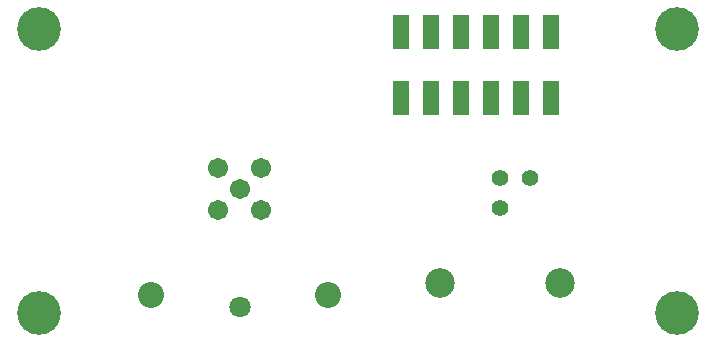
<source format=gts>
G04*
G04 #@! TF.GenerationSoftware,Altium Limited,Altium Designer,25.8.1 (18)*
G04*
G04 Layer_Color=8388736*
%FSLAX44Y44*%
%MOMM*%
G71*
G04*
G04 #@! TF.SameCoordinates,C19CE461-91EB-44EE-881C-4A3BDBF79EA7*
G04*
G04*
G04 #@! TF.FilePolarity,Negative*
G04*
G01*
G75*
%ADD14R,1.4732X3.0032*%
%ADD15C,1.4032*%
%ADD16C,2.5032*%
%ADD17C,1.8032*%
%ADD18C,3.7032*%
%ADD19C,1.7032*%
%ADD20C,2.2032*%
D14*
X438100Y268000D02*
D03*
X336500D02*
D03*
X361900D02*
D03*
X387300D02*
D03*
X412700D02*
D03*
X361900Y212000D02*
D03*
X387300D02*
D03*
X412700D02*
D03*
X463500D02*
D03*
X438100D02*
D03*
X336500D02*
D03*
X463500Y268000D02*
D03*
D15*
X420000Y119100D02*
D03*
X445400Y144500D02*
D03*
X420000D02*
D03*
D16*
X470800Y55600D02*
D03*
X369200D02*
D03*
D17*
X200000Y35000D02*
D03*
D18*
X30000Y30000D02*
D03*
X570000D02*
D03*
Y270000D02*
D03*
X30000D02*
D03*
D19*
X200000Y135000D02*
D03*
X182000Y117000D02*
D03*
X218000D02*
D03*
Y153000D02*
D03*
X182000D02*
D03*
D20*
X275000Y45000D02*
D03*
X125000D02*
D03*
M02*

</source>
